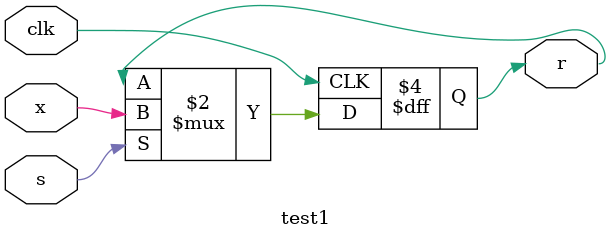
<source format=v>
module test1
(
  input x,
  input s,
  input clk,
  output reg r
);
  always @(posedge clk)
  if(s) r <= x ;


endmodule

</source>
